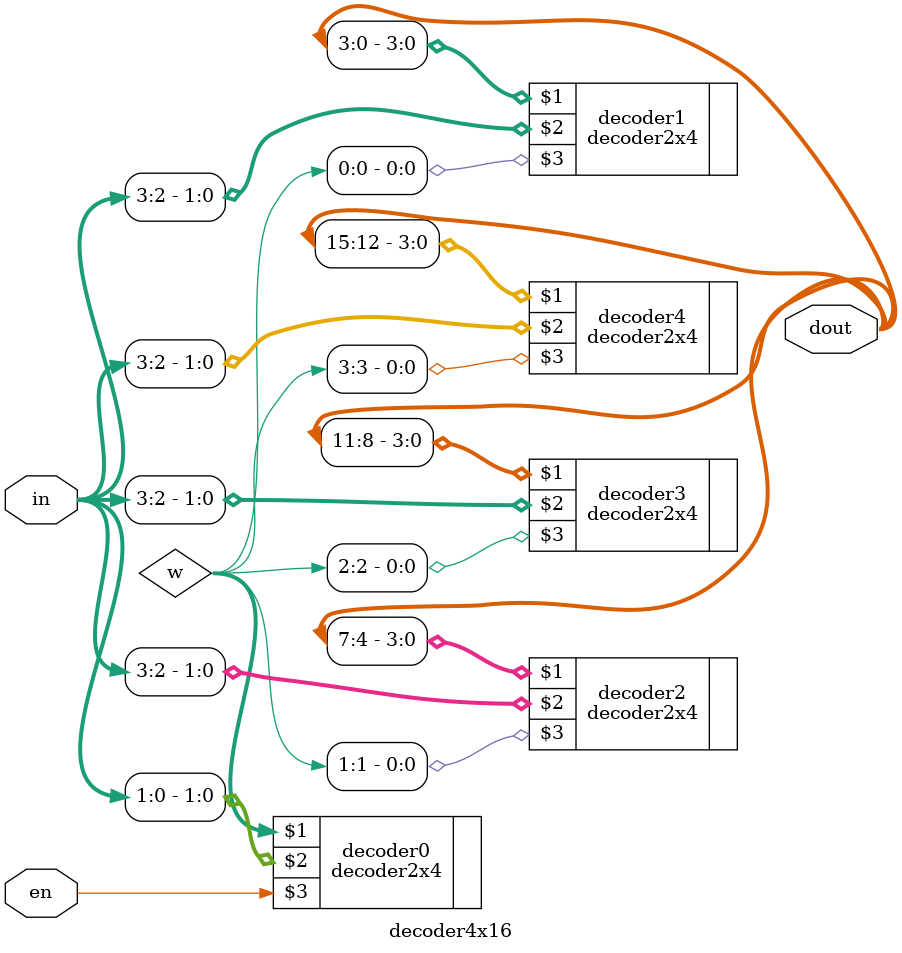
<source format=v>
/*--  *******************************************************
--  Computer Architecture Course, Laboratory Sources 
--  Amirkabir University of Technology (Tehran Polytechnic)
--  Department of Computer Engineering (CE-AUT)
--  https://ce[dot]aut[dot]ac[dot]ir
--  *******************************************************
--  All Rights reserved (C) 2019-2020
--  *******************************************************
--  Student ID  : 
--  Student Name: 
--  Student Mail: 
--  *******************************************************
--  Additional Comments:
--
--*/

/*-----------------------------------------------------------
---  Module Name: Decoder 4 to 16
---  Description: Lab 05 Part 2
-----------------------------------------------------------*/
`timescale 1 ns/1 ns

module decoder4x16 (
	input [3:0] in ,
	input 		en ,
	output [15:0] dout
);
wire [3:0] w;
	
	decoder2x4 decoder0(w[3:0], in[1:0], en);
	decoder2x4 decoder1(dout[3:0], in[3:2], w[0]);
	decoder2x4 decoder2(dout[7:4], in[3:2], w[1]);
	decoder2x4 decoder3(dout[11:8], in[3:2], w[2]);
	decoder2x4 decoder4(dout[15:12], in[3:2], w[3]);
endmodule

</source>
